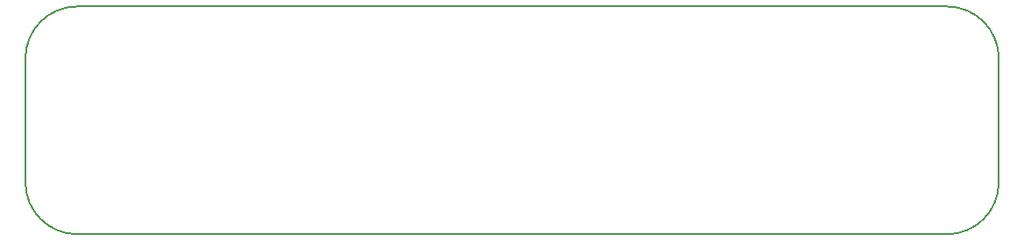
<source format=gbr>
G04 #@! TF.FileFunction,Profile,NP*
%FSLAX46Y46*%
G04 Gerber Fmt 4.6, Leading zero omitted, Abs format (unit mm)*
G04 Created by KiCad (PCBNEW (after 2015-may-01 BZR unknown)-product) date 28/10/2015 1:31:10*
%MOMM*%
G01*
G04 APERTURE LIST*
%ADD10C,0.150000*%
%ADD11C,0.200000*%
G04 APERTURE END LIST*
D10*
D11*
X-39587000Y10873000D02*
X44413000Y10873000D01*
X49413000Y5873000D02*
X49413000Y-6127000D01*
X44413000Y-11127000D02*
X-39587000Y-11127000D01*
X-44587000Y-6127000D02*
X-44587000Y5873000D01*
X49413000Y5873000D02*
G75*
G03X44413000Y10873000I-5000000J0D01*
G01*
X44413000Y-11127000D02*
G75*
G03X49413000Y-6127000I0J5000000D01*
G01*
X-44587000Y-6127000D02*
G75*
G03X-39587000Y-11127000I5000000J0D01*
G01*
X-39587000Y10873000D02*
G75*
G03X-44587000Y5873000I0J-5000000D01*
G01*
M02*

</source>
